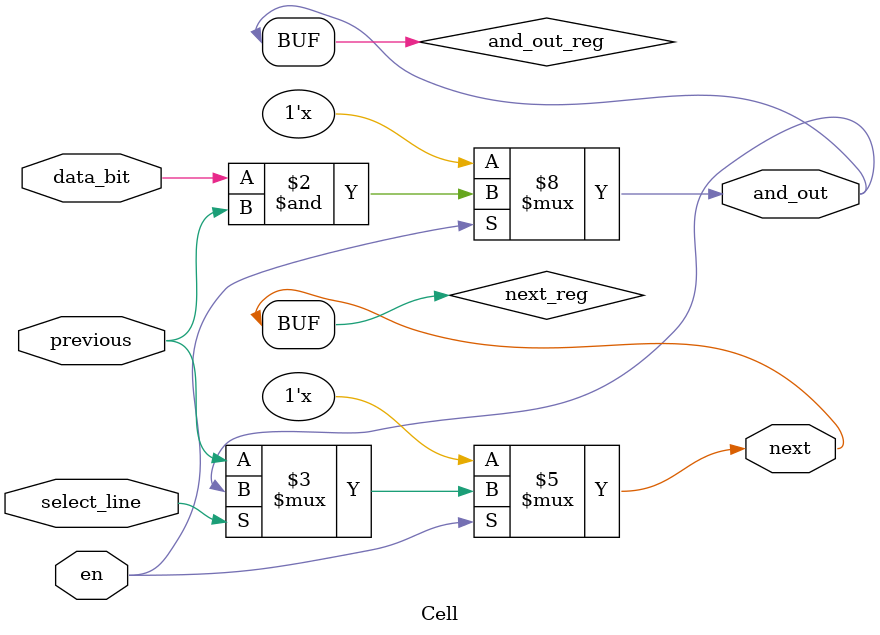
<source format=v>
`timescale 1ns / 1ps


module Cell(
input wire data_bit,previous, select_line,
input wire en,
output wire next, and_out
    );
    reg next_reg, and_out_reg;
    
    always@(*)
    if(en)
    begin
    and_out_reg= data_bit & previous;
    
    next_reg= select_line? and_out:previous;
    end 
    
        
    assign next=next_reg;
    assign and_out=and_out_reg;
    
endmodule

</source>
